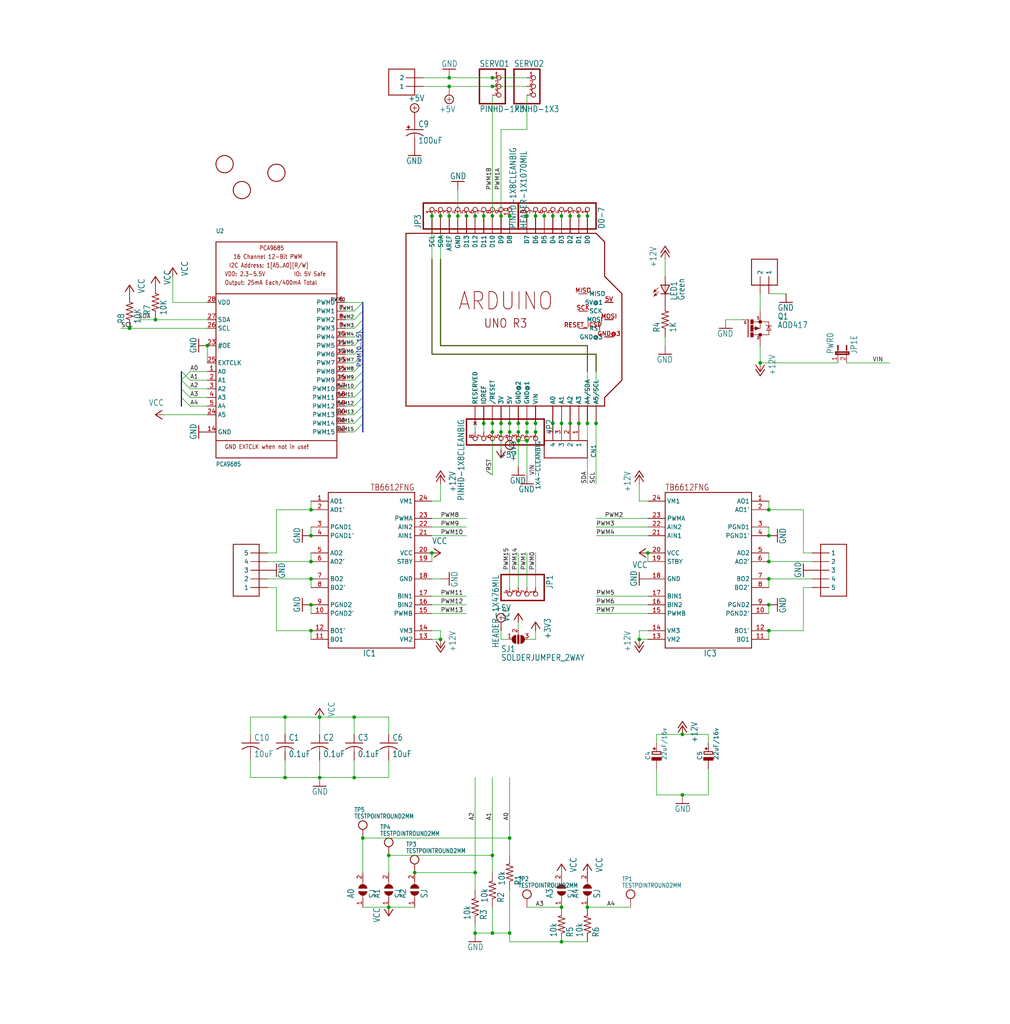
<source format=kicad_sch>
(kicad_sch (version 20211123) (generator eeschema)
  (paper "User" 297.002 300.965)
  (junction (at 83.82 228.6))
  (junction (at 149.86 124.46))
  (junction (at 162.56 124.46))
  (junction (at 91.44 149.86))
  (junction (at 144.78 124.46))
  (junction (at 157.48 63.5))
  (junction (at 114.3 266.7))
  (junction (at 144.78 25.4))
  (junction (at 157.48 127))
  (junction (at 121.92 256.54))
  (junction (at 91.44 185.42))
  (junction (at 149.86 63.5))
  (junction (at 144.78 63.5))
  (junction (at 91.44 170.18))
  (junction (at 154.94 129.54))
  (junction (at 187.96 187.96))
  (junction (at 142.24 63.5))
  (junction (at 147.32 63.5))
  (junction (at 157.48 124.46))
  (junction (at 165.1 124.46))
  (junction (at 132.08 25.4))
  (junction (at 147.32 127))
  (junction (at 137.16 63.5))
  (junction (at 152.4 129.54))
  (junction (at 172.72 266.7))
  (junction (at 167.64 124.46))
  (junction (at 149.86 127))
  (junction (at 172.72 63.5))
  (junction (at 91.44 177.8))
  (junction (at 144.78 274.32))
  (junction (at 200.66 233.68))
  (junction (at 142.24 124.46))
  (junction (at 91.44 165.1))
  (junction (at 172.72 124.46))
  (junction (at 167.64 63.5))
  (junction (at 91.44 157.48))
  (junction (at 93.98 228.6))
  (junction (at 129.54 63.5))
  (junction (at 170.18 124.46))
  (junction (at 132.08 22.86))
  (junction (at 134.62 63.5))
  (junction (at 144.78 127))
  (junction (at 226.06 157.48))
  (junction (at 132.08 63.5))
  (junction (at 139.7 274.32))
  (junction (at 144.78 22.86))
  (junction (at 104.14 210.82))
  (junction (at 60.96 101.6))
  (junction (at 152.4 124.46))
  (junction (at 154.94 63.5))
  (junction (at 144.78 251.46))
  (junction (at 114.3 251.46))
  (junction (at 83.82 210.82))
  (junction (at 190.5 162.56))
  (junction (at 106.68 246.38))
  (junction (at 200.66 215.9))
  (junction (at 127 162.56))
  (junction (at 104.14 228.6))
  (junction (at 129.54 187.96))
  (junction (at 149.86 274.32))
  (junction (at 226.06 165.1))
  (junction (at 226.06 185.42))
  (junction (at 226.06 177.8))
  (junction (at 165.1 63.5))
  (junction (at 154.94 124.46))
  (junction (at 160.02 63.5))
  (junction (at 139.7 256.54))
  (junction (at 152.4 127))
  (junction (at 165.1 266.7))
  (junction (at 147.32 124.46))
  (junction (at 226.06 170.18))
  (junction (at 149.86 246.38))
  (junction (at 165.1 276.86))
  (junction (at 226.06 149.86))
  (junction (at 93.98 210.82))
  (junction (at 139.7 63.5))
  (junction (at 175.26 124.46))
  (junction (at 45.72 93.98))
  (junction (at 223.52 106.68))
  (junction (at 154.94 127))
  (junction (at 162.56 63.5))
  (junction (at 170.18 63.5))
  (junction (at 38.1 96.52))
  (junction (at 127 63.5))
  (bus_entry (at 104.14 96.52) (size 2.54 -2.54))
  (bus_entry (at 104.14 124.46) (size 2.54 -2.54))
  (bus_entry (at 104.14 116.84) (size 2.54 -2.54))
  (bus_entry (at 104.14 101.6) (size 2.54 -2.54))
  (bus_entry (at 104.14 91.44) (size 2.54 -2.54))
  (bus_entry (at 55.88 116.84) (size -2.54 -2.54))
  (bus_entry (at 104.14 109.22) (size 2.54 -2.54))
  (bus_entry (at 55.88 114.3) (size -2.54 -2.54))
  (bus_entry (at 104.14 119.38) (size 2.54 -2.54))
  (bus_entry (at 104.14 121.92) (size 2.54 -2.54))
  (bus_entry (at 55.88 119.38) (size -2.54 -2.54))
  (bus_entry (at 104.14 106.68) (size 2.54 -2.54))
  (bus_entry (at 104.14 104.14) (size 2.54 -2.54))
  (bus_entry (at 104.14 114.3) (size 2.54 -2.54))
  (bus_entry (at 104.14 127) (size 2.54 -2.54))
  (bus_entry (at 104.14 99.06) (size 2.54 -2.54))
  (bus_entry (at 55.88 109.22) (size -2.54 2.54))
  (bus_entry (at 104.14 111.76) (size 2.54 -2.54))
  (bus_entry (at 55.88 111.76) (size -2.54 -2.54))
  (bus_entry (at 104.14 93.98) (size 2.54 -2.54))
  (wire (pts (xy 50.8 81.28) (xy 50.8 88.9)))
  (wire (pts (xy 154.94 139.7) (xy 154.94 129.54)))
  (wire (pts (xy 152.4 182.88) (xy 152.4 185.42)))
  (wire (pts (xy 73.66 215.9) (xy 73.66 210.82)))
  (wire (pts (xy 193.04 215.9) (xy 193.04 218.44)))
  (wire (pts (xy 144.78 27.94) (xy 144.78 63.5)))
  (wire (pts (xy 114.3 228.6) (xy 114.3 223.52)))
  (wire (pts (xy 106.68 256.54) (xy 106.68 246.38)))
  (wire (pts (xy 154.94 127) (xy 154.94 124.46)))
  (wire (pts (xy 78.74 170.18) (xy 91.44 170.18)))
  (bus (pts (xy 106.68 116.84) (xy 106.68 119.38)))
  (wire (pts (xy 195.58 81.28) (xy 195.58 76.2)))
  (wire (pts (xy 127 180.34) (xy 137.16 180.34)))
  (wire (pts (xy 172.72 101.6) (xy 129.54 101.6)))
  (wire (pts (xy 172.72 124.46) (xy 172.72 101.6)))
  (bus (pts (xy 106.68 91.44) (xy 106.68 93.98)))
  (wire (pts (xy 91.44 185.42) (xy 91.44 187.96)))
  (wire (pts (xy 93.98 210.82) (xy 83.82 210.82)))
  (bus (pts (xy 106.68 114.3) (xy 106.68 116.84)))
  (wire (pts (xy 144.78 266.7) (xy 144.78 274.32)))
  (wire (pts (xy 213.36 93.98) (xy 218.44 93.98)))
  (wire (pts (xy 93.98 210.82) (xy 93.98 215.9)))
  (wire (pts (xy 101.6 119.38) (xy 104.14 119.38)))
  (wire (pts (xy 149.86 127) (xy 149.86 124.46)))
  (wire (pts (xy 144.78 22.86) (xy 132.08 22.86)))
  (wire (pts (xy 50.8 88.9) (xy 60.96 88.9)))
  (wire (pts (xy 104.14 228.6) (xy 104.14 223.52)))
  (bus (pts (xy 106.68 93.98) (xy 106.68 96.52)))
  (wire (pts (xy 129.54 101.6) (xy 129.54 63.5)))
  (wire (pts (xy 172.72 124.46) (xy 172.72 142.24)))
  (wire (pts (xy 139.7 256.54) (xy 139.7 228.6)))
  (wire (pts (xy 93.98 228.6) (xy 104.14 228.6)))
  (wire (pts (xy 152.4 137.16) (xy 152.4 129.54)))
  (wire (pts (xy 144.78 22.86) (xy 154.94 22.86)))
  (wire (pts (xy 190.5 152.4) (xy 175.26 152.4)))
  (wire (pts (xy 190.5 175.26) (xy 175.26 175.26)))
  (wire (pts (xy 147.32 187.96) (xy 147.32 185.42)))
  (wire (pts (xy 147.32 132.08) (xy 147.32 127)))
  (wire (pts (xy 187.96 185.42) (xy 187.96 187.96)))
  (wire (pts (xy 190.5 177.8) (xy 175.26 177.8)))
  (wire (pts (xy 104.14 228.6) (xy 114.3 228.6)))
  (wire (pts (xy 101.6 124.46) (xy 104.14 124.46)))
  (wire (pts (xy 48.26 121.92) (xy 60.96 121.92)))
  (wire (pts (xy 104.14 210.82) (xy 93.98 210.82)))
  (wire (pts (xy 114.3 266.7) (xy 106.68 266.7)))
  (wire (pts (xy 165.1 276.86) (xy 172.72 276.86)))
  (wire (pts (xy 101.6 91.44) (xy 104.14 91.44)))
  (wire (pts (xy 144.78 274.32) (xy 139.7 274.32)))
  (wire (pts (xy 187.96 147.32) (xy 187.96 142.24)))
  (wire (pts (xy 101.6 99.06) (xy 104.14 99.06)))
  (wire (pts (xy 101.6 93.98) (xy 104.14 93.98)))
  (wire (pts (xy 101.6 121.92) (xy 104.14 121.92)))
  (wire (pts (xy 167.64 127) (xy 167.64 124.46)))
  (wire (pts (xy 152.4 127) (xy 152.4 124.46)))
  (wire (pts (xy 144.78 251.46) (xy 144.78 228.6)))
  (wire (pts (xy 149.86 172.72) (xy 149.86 162.56)))
  (wire (pts (xy 147.32 38.1) (xy 154.94 38.1)))
  (wire (pts (xy 154.94 129.54) (xy 154.94 127)))
  (wire (pts (xy 38.1 96.52) (xy 35.56 96.52)))
  (wire (pts (xy 55.88 119.38) (xy 60.96 119.38)))
  (wire (pts (xy 139.7 261.62) (xy 139.7 256.54)))
  (wire (pts (xy 157.48 127) (xy 157.48 124.46)))
  (wire (pts (xy 226.06 185.42) (xy 236.22 185.42)))
  (wire (pts (xy 83.82 228.6) (xy 73.66 228.6)))
  (wire (pts (xy 101.6 101.6) (xy 104.14 101.6)))
  (wire (pts (xy 91.44 177.8) (xy 91.44 180.34)))
  (wire (pts (xy 101.6 106.68) (xy 104.14 106.68)))
  (bus (pts (xy 106.68 88.9) (xy 106.68 91.44)))
  (wire (pts (xy 175.26 124.46) (xy 175.26 142.24)))
  (wire (pts (xy 149.86 251.46) (xy 149.86 246.38)))
  (wire (pts (xy 208.28 215.9) (xy 208.28 218.44)))
  (wire (pts (xy 226.06 170.18) (xy 226.06 172.72)))
  (wire (pts (xy 101.6 96.52) (xy 104.14 96.52)))
  (wire (pts (xy 55.88 111.76) (xy 60.96 111.76)))
  (wire (pts (xy 101.6 104.14) (xy 104.14 104.14)))
  (wire (pts (xy 91.44 154.94) (xy 91.44 157.48)))
  (wire (pts (xy 93.98 228.6) (xy 93.98 223.52)))
  (wire (pts (xy 226.06 154.94) (xy 226.06 157.48)))
  (wire (pts (xy 127 154.94) (xy 137.16 154.94)))
  (wire (pts (xy 81.28 149.86) (xy 91.44 149.86)))
  (wire (pts (xy 73.66 210.82) (xy 83.82 210.82)))
  (wire (pts (xy 104.14 215.9) (xy 104.14 210.82)))
  (wire (pts (xy 154.94 25.4) (xy 144.78 25.4)))
  (wire (pts (xy 114.3 210.82) (xy 104.14 210.82)))
  (wire (pts (xy 81.28 172.72) (xy 81.28 185.42)))
  (wire (pts (xy 149.86 276.86) (xy 165.1 276.86)))
  (wire (pts (xy 101.6 116.84) (xy 104.14 116.84)))
  (wire (pts (xy 83.82 223.52) (xy 83.82 228.6)))
  (wire (pts (xy 175.26 104.14) (xy 175.26 124.46)))
  (wire (pts (xy 55.88 114.3) (xy 60.96 114.3)))
  (bus (pts (xy 106.68 121.92) (xy 106.68 124.46)))
  (wire (pts (xy 101.6 111.76) (xy 104.14 111.76)))
  (wire (pts (xy 127 177.8) (xy 137.16 177.8)))
  (bus (pts (xy 53.34 109.22) (xy 53.34 111.76)))
  (bus (pts (xy 106.68 99.06) (xy 106.68 101.6)))
  (wire (pts (xy 132.08 25.4) (xy 144.78 25.4)))
  (wire (pts (xy 139.7 127) (xy 139.7 124.46)))
  (wire (pts (xy 236.22 185.42) (xy 236.22 172.72)))
  (wire (pts (xy 149.86 246.38) (xy 149.86 228.6)))
  (wire (pts (xy 226.06 165.1) (xy 238.76 165.1)))
  (wire (pts (xy 139.7 271.78) (xy 139.7 274.32)))
  (wire (pts (xy 165.1 266.7) (xy 154.94 266.7)))
  (wire (pts (xy 200.66 233.68) (xy 208.28 233.68)))
  (wire (pts (xy 149.86 246.38) (xy 106.68 246.38)))
  (wire (pts (xy 149.86 261.62) (xy 149.86 274.32)))
  (wire (pts (xy 81.28 162.56) (xy 81.28 149.86)))
  (wire (pts (xy 152.4 129.54) (xy 154.94 129.54)))
  (wire (pts (xy 226.06 177.8) (xy 226.06 180.34)))
  (wire (pts (xy 73.66 228.6) (xy 73.66 223.52)))
  (wire (pts (xy 149.86 274.32) (xy 144.78 274.32)))
  (wire (pts (xy 91.44 147.32) (xy 91.44 149.86)))
  (wire (pts (xy 190.5 157.48) (xy 175.26 157.48)))
  (wire (pts (xy 165.1 127) (xy 165.1 124.46)))
  (wire (pts (xy 121.92 266.7) (xy 114.3 266.7)))
  (wire (pts (xy 101.6 127) (xy 104.14 127)))
  (wire (pts (xy 144.78 127) (xy 144.78 139.7)))
  (bus (pts (xy 53.34 111.76) (xy 53.34 114.3)))
  (wire (pts (xy 83.82 228.6) (xy 93.98 228.6)))
  (wire (pts (xy 190.5 185.42) (xy 187.96 185.42)))
  (bus (pts (xy 106.68 106.68) (xy 106.68 109.22)))
  (wire (pts (xy 147.32 127) (xy 147.32 124.46)))
  (wire (pts (xy 129.54 187.96) (xy 127 187.96)))
  (wire (pts (xy 152.4 172.72) (xy 152.4 162.56)))
  (wire (pts (xy 172.72 266.7) (xy 185.42 266.7)))
  (wire (pts (xy 101.6 114.3) (xy 104.14 114.3)))
  (bus (pts (xy 106.68 96.52) (xy 106.68 99.06)))
  (wire (pts (xy 91.44 170.18) (xy 91.44 172.72)))
  (wire (pts (xy 124.46 25.4) (xy 132.08 25.4)))
  (wire (pts (xy 236.22 149.86) (xy 236.22 162.56)))
  (wire (pts (xy 78.74 165.1) (xy 91.44 165.1)))
  (bus (pts (xy 53.34 116.84) (xy 53.34 119.38)))
  (wire (pts (xy 162.56 127) (xy 162.56 124.46)))
  (wire (pts (xy 147.32 63.5) (xy 147.32 38.1)))
  (wire (pts (xy 60.96 93.98) (xy 45.72 93.98)))
  (wire (pts (xy 226.06 86.36) (xy 231.14 86.36)))
  (wire (pts (xy 60.96 96.52) (xy 38.1 96.52)))
  (wire (pts (xy 78.74 172.72) (xy 81.28 172.72)))
  (wire (pts (xy 114.3 256.54) (xy 114.3 251.46)))
  (wire (pts (xy 157.48 127) (xy 157.48 139.7)))
  (wire (pts (xy 149.86 274.32) (xy 149.86 276.86)))
  (wire (pts (xy 144.78 251.46) (xy 114.3 251.46)))
  (wire (pts (xy 226.06 162.56) (xy 226.06 165.1)))
  (wire (pts (xy 127 63.5) (xy 127 104.14)))
  (wire (pts (xy 223.52 86.36) (xy 223.52 91.44)))
  (wire (pts (xy 226.06 149.86) (xy 236.22 149.86)))
  (wire (pts (xy 129.54 147.32) (xy 129.54 142.24)))
  (wire (pts (xy 55.88 116.84) (xy 60.96 116.84)))
  (wire (pts (xy 236.22 162.56) (xy 238.76 162.56)))
  (bus (pts (xy 106.68 101.6) (xy 106.68 104.14)))
  (wire (pts (xy 200.66 215.9) (xy 208.28 215.9)))
  (wire (pts (xy 157.48 187.96) (xy 157.48 185.42)))
  (wire (pts (xy 190.5 154.94) (xy 175.26 154.94)))
  (wire (pts (xy 142.24 127) (xy 142.24 124.46)))
  (wire (pts (xy 127 152.4) (xy 137.16 152.4)))
  (wire (pts (xy 101.6 88.9) (xy 106.68 88.9)))
  (wire (pts (xy 190.5 147.32) (xy 187.96 147.32)))
  (wire (pts (xy 223.52 106.68) (xy 246.38 106.68)))
  (wire (pts (xy 195.58 99.06) (xy 195.58 101.6)))
  (wire (pts (xy 60.96 106.68) (xy 60.96 101.6)))
  (wire (pts (xy 134.62 55.88) (xy 134.62 63.5)))
  (bus (pts (xy 106.68 119.38) (xy 106.68 121.92)))
  (bus (pts (xy 106.68 111.76) (xy 106.68 114.3)))
  (wire (pts (xy 45.72 93.98) (xy 40.64 93.98)))
  (wire (pts (xy 223.52 106.68) (xy 223.52 101.6)))
  (wire (pts (xy 127 165.1) (xy 127 162.56)))
  (wire (pts (xy 200.66 215.9) (xy 193.04 215.9)))
  (wire (pts (xy 144.78 256.54) (xy 144.78 251.46)))
  (wire (pts (xy 226.06 149.86) (xy 226.06 147.32)))
  (bus (pts (xy 106.68 109.22) (xy 106.68 111.76)))
  (wire (pts (xy 83.82 210.82) (xy 83.82 215.9)))
  (bus (pts (xy 106.68 124.46) (xy 106.68 127)))
  (wire (pts (xy 101.6 109.22) (xy 104.14 109.22)))
  (wire (pts (xy 127 157.48) (xy 137.16 157.48)))
  (wire (pts (xy 127 104.14) (xy 175.26 104.14)))
  (wire (pts (xy 226.06 187.96) (xy 226.06 185.42)))
  (wire (pts (xy 152.4 129.54) (xy 152.4 127)))
  (wire (pts (xy 236.22 172.72) (xy 238.76 172.72)))
  (wire (pts (xy 226.06 170.18) (xy 238.76 170.18)))
  (wire (pts (xy 193.04 233.68) (xy 200.66 233.68)))
  (wire (pts (xy 170.18 127) (xy 170.18 124.46)))
  (wire (pts (xy 91.44 162.56) (xy 91.44 165.1)))
  (wire (pts (xy 154.94 38.1) (xy 154.94 27.94)))
  (wire (pts (xy 127 147.32) (xy 129.54 147.32)))
  (wire (pts (xy 154.94 187.96) (xy 157.48 187.96)))
  (wire (pts (xy 55.88 109.22) (xy 60.96 109.22)))
  (wire (pts (xy 187.96 187.96) (xy 190.5 187.96)))
  (wire (pts (xy 127 175.26) (xy 137.16 175.26)))
  (wire (pts (xy 149.86 187.96) (xy 147.32 187.96)))
  (wire (pts (xy 129.54 185.42) (xy 129.54 187.96)))
  (wire (pts (xy 193.04 226.06) (xy 193.04 233.68)))
  (bus (pts (xy 106.68 104.14) (xy 106.68 106.68)))
  (wire (pts (xy 154.94 172.72) (xy 154.94 162.56)))
  (wire (pts (xy 78.74 162.56) (xy 81.28 162.56)))
  (wire (pts (xy 248.92 106.68) (xy 261.62 106.68)))
  (wire (pts (xy 81.28 185.42) (xy 91.44 185.42)))
  (wire (pts (xy 124.46 22.86) (xy 132.08 22.86)))
  (wire (pts (xy 208.28 233.68) (xy 208.28 226.06)))
  (wire (pts (xy 129.54 170.18) (xy 127 170.18)))
  (wire (pts (xy 121.92 256.54) (xy 139.7 256.54)))
  (wire (pts (xy 144.78 127) (xy 144.78 124.46)))
  (wire (pts (xy 190.5 180.34) (xy 175.26 180.34)))
  (wire (pts (xy 114.3 210.82) (xy 114.3 215.9)))
  (wire (pts (xy 190.5 162.56) (xy 190.5 165.1)))
  (wire (pts (xy 157.48 172.72) (xy 157.48 162.56)))
  (bus (pts (xy 53.34 114.3) (xy 53.34 116.84)))
  (wire (pts (xy 127 185.42) (xy 129.54 185.42)))
  (label "A3" (at 55.88 116.84 0) (effects (font (size 1.2446 1.2446))))
  (label "PWM5" (at 104.14 101.6 180) (effects (font (size 1.016 1.016))))
  (label "PWM15" (at 149.86 167.64 90) (effects (font (size 1.2446 1.2446))))
  (label "PWM12" (at 129.54 177.8 0) (effects (font (size 1.2446 1.2446))))
  (label "A2" (at 139.7 238.76 270) (effects (font (size 1.2446 1.2446))))
  (label "PWM1" (at 104.14 91.44 180) (effects (font (size 1.016 1.016))))
  (label "VIN" (at 256.54 106.68 0) (effects (font (size 1.2446 1.2446))))
  (label "PWM6" (at 175.26 177.8 0) (effects (font (size 1.2446 1.2446))))
  (label "PWM10" (at 129.54 157.48 0) (effects (font (size 1.2446 1.2446))))
  (label "PWM1B" (at 144.78 55.88 90) (effects (font (size 1.2446 1.2446))))
  (label "A2" (at 55.88 114.3 0) (effects (font (size 1.2446 1.2446))))
  (label "PWM15" (at 104.14 127 180) (effects (font (size 1.016 1.016))))
  (label "PWM2" (at 177.8 152.4 0) (effects (font (size 1.2446 1.2446))))
  (label "A1" (at 55.88 111.76 0) (effects (font (size 1.2446 1.2446))))
  (label "PWM0" (at 101.6 88.9 180) (effects (font (size 1.016 1.016))))
  (label "/RST" (at 144.78 139.7 90) (effects (font (size 1.2446 1.2446))))
  (label "PWM1" (at 154.94 167.64 90) (effects (font (size 1.2446 1.2446))))
  (label "PWM0" (at 157.48 167.64 90) (effects (font (size 1.2446 1.2446))))
  (label "SDA" (at 172.72 142.24 90) (effects (font (size 1.2446 1.2446))))
  (label "PWM8" (at 129.54 152.4 0) (effects (font (size 1.2446 1.2446))))
  (label "PWM7" (at 104.14 106.68 180) (effects (font (size 1.016 1.016))))
  (label "PWM6" (at 104.14 104.14 180) (effects (font (size 1.016 1.016))))
  (label "PWM8" (at 104.14 109.22 180) (effects (font (size 1.016 1.016))))
  (label "PWM7" (at 175.26 180.34 0) (effects (font (size 1.2446 1.2446))))
  (label "PWM4" (at 175.26 157.48 0) (effects (font (size 1.2446 1.2446))))
  (label "A0" (at 55.88 109.22 0) (effects (font (size 1.2446 1.2446))))
  (label "PWM2" (at 104.14 93.98 180) (effects (font (size 1.016 1.016))))
  (label "PWM[0..15]" (at 106.68 107.95 90) (effects (font (size 1.2446 1.2446))))
  (label "A4" (at 178.435 266.7 0) (effects (font (size 1.2446 1.2446))))
  (label "SDA" (at 40.64 93.98 0) (effects (font (size 1.2446 1.2446))))
  (label "VIN" (at 157.48 139.7 90) (effects (font (size 1.2446 1.2446))))
  (label "PWM1A" (at 147.32 55.88 90) (effects (font (size 1.2446 1.2446))))
  (label "PWM11" (at 104.14 116.84 180) (effects (font (size 1.016 1.016))))
  (label "SCL" (at 35.56 96.52 0) (effects (font (size 1.2446 1.2446))))
  (label "A3" (at 157.48 266.7 0) (effects (font (size 1.2446 1.2446))))
  (label "PWM3" (at 104.14 96.52 180) (effects (font (size 1.016 1.016))))
  (label "PWM13" (at 129.54 180.34 0) (effects (font (size 1.2446 1.2446))))
  (label "A4" (at 55.88 119.38 0) (effects (font (size 1.2446 1.2446))))
  (label "PWM13" (at 104.14 121.92 180) (effects (font (size 1.016 1.016))))
  (label "PWM11" (at 129.54 175.26 0) (effects (font (size 1.2446 1.2446))))
  (label "PWM5" (at 175.26 175.26 0) (effects (font (size 1.2446 1.2446))))
  (label "PWM3" (at 175.26 154.94 0) (effects (font (size 1.2446 1.2446))))
  (label "PWM14" (at 104.14 124.46 180) (effects (font (size 1.016 1.016))))
  (label "SCL" (at 175.26 142.24 90) (effects (font (size 1.2446 1.2446))))
  (label "PWM10" (at 104.14 114.3 180) (effects (font (size 1.016 1.016))))
  (label "PWM9" (at 129.54 154.94 0) (effects (font (size 1.2446 1.2446))))
  (label "PWM9" (at 104.14 111.76 180) (effects (font (size 1.016 1.016))))
  (label "PWM4" (at 104.14 99.06 180) (effects (font (size 1.016 1.016))))
  (label "A1" (at 144.78 238.76 270) (effects (font (size 1.2446 1.2446))))
  (label "PWM12" (at 104.14 119.38 180) (effects (font (size 1.016 1.016))))
  (label "PWM14" (at 152.4 167.64 90) (effects (font (size 1.2446 1.2446))))
  (label "A0" (at 149.86 238.76 270) (effects (font (size 1.2446 1.2446))))
  (symbol (lib_id "schematicEagle-eagle-import:TESTPOINTROUND2MM") (at 154.94 266.7 0) (unit 1)
    (property "Reference" "TP2" (at 152.4 259.08 0) (effects (font (size 1.27 1.0795)) (justify left bottom)))
    (property "Value" "TESTPOINTROUND2MM" (at 152.4 260.985 0) (effects (font (size 1.27 1.0795)) (justify left bottom)))
    (property "Footprint" "schematicEagle:TESTPOINT_ROUND_2MM" (effects hide))
  )
  (symbol (lib_id "schematicEagle-eagle-import:GND") (at 58.42 127 270) (unit 1)
    (property "Reference" "#GND21" (effects hide))
    (property "Value" "GND" (at 55.88 124.46 0) (effects (font (size 1.778 1.5113)) (justify left bottom)))
    (property "Footprint" "schematicEagle:" (effects hide))
  )
  (symbol (lib_id "schematicEagle-eagle-import:PINHD-1X3") (at 157.48 25.4 0) (unit 1)
    (property "Reference" "SERVO2" (at 151.13 19.685 0) (effects (font (size 1.778 1.5113)) (justify left bottom)))
    (property "Value" "PINHD-1X3" (at 151.13 33.02 0) (effects (font (size 1.778 1.5113)) (justify left bottom)))
    (property "Footprint" "schematicEagle:1X03" (effects hide))
  )
  (symbol (lib_id "schematicEagle-eagle-import:PINHD-1X8CLEANBIG") (at 165.1 60.96 270) (mirror x) (unit 1)
    (property "Reference" "D0-7" (at 175.895 67.31 0) (effects (font (size 1.778 1.5113)) (justify left bottom)))
    (property "Value" "PINHD-1X8CLEANBIG" (at 149.86 67.31 0) (effects (font (size 1.778 1.5113)) (justify left bottom)))
    (property "Footprint" "schematicEagle:1X08-CLEANBIG" (effects hide))
  )
  (symbol (lib_id "schematicEagle-eagle-import:VCC") (at 38.1 83.82 0) (mirror y) (unit 1)
    (property "Reference" "#P+20" (effects hide))
    (property "Value" "VCC" (at 40.64 86.36 90) (effects (font (size 1.778 1.5113)) (justify left bottom)))
    (property "Footprint" "schematicEagle:" (effects hide))
  )
  (symbol (lib_id "schematicEagle-eagle-import:IRF?5305R") (at 220.98 96.52 0) (unit 1)
    (property "Reference" "Q1" (at 228.6 93.98 0) (effects (font (size 1.778 1.5113)) (justify left bottom)))
    (property "Value" "AOD417" (at 228.6 96.52 0) (effects (font (size 1.778 1.5113)) (justify left bottom)))
    (property "Footprint" "schematicEagle:D-PAK_TO252AA" (effects hide))
  )
  (symbol (lib_id "schematicEagle-eagle-import:GND") (at 154.94 142.24 0) (unit 1)
    (property "Reference" "#GND11" (effects hide))
    (property "Value" "GND" (at 152.4 144.78 0) (effects (font (size 1.778 1.5113)) (justify left bottom)))
    (property "Footprint" "schematicEagle:" (effects hide))
  )
  (symbol (lib_id "schematicEagle-eagle-import:GND") (at 134.62 53.34 180) (unit 1)
    (property "Reference" "#GND12" (effects hide))
    (property "Value" "GND" (at 137.16 50.8 0) (effects (font (size 1.778 1.5113)) (justify left bottom)))
    (property "Footprint" "schematicEagle:" (effects hide))
  )
  (symbol (lib_id "schematicEagle-eagle-import:VCC") (at 129.54 162.56 270) (unit 1)
    (property "Reference" "#P+5" (effects hide))
    (property "Value" "VCC" (at 127 160.02 90) (effects (font (size 1.778 1.5113)) (justify left bottom)))
    (property "Footprint" "schematicEagle:" (effects hide))
  )
  (symbol (lib_id "schematicEagle-eagle-import:SJ") (at 106.68 261.62 90) (unit 1)
    (property "Reference" "A0" (at 104.14 264.16 0) (effects (font (size 1.778 1.5113)) (justify left bottom)))
    (property "Value" "SJ" (at 110.49 264.16 0) (effects (font (size 1.778 1.5113)) (justify left bottom)))
    (property "Footprint" "schematicEagle:SJ" (effects hide))
  )
  (symbol (lib_id "schematicEagle-eagle-import:GND") (at 231.14 88.9 0) (unit 1)
    (property "Reference" "#GND13" (effects hide))
    (property "Value" "GND" (at 228.6 91.44 0) (effects (font (size 1.778 1.5113)) (justify left bottom)))
    (property "Footprint" "schematicEagle:" (effects hide))
  )
  (symbol (lib_id "schematicEagle-eagle-import:CPOL-USC") (at 121.92 38.1 0) (unit 1)
    (property "Reference" "C9" (at 122.936 37.465 0) (effects (font (size 1.778 1.5113)) (justify left bottom)))
    (property "Value" "100uF" (at 122.936 42.291 0) (effects (font (size 1.778 1.5113)) (justify left bottom)))
    (property "Footprint" "schematicEagle:PANASONIC_C" (effects hide))
  )
  (symbol (lib_id "schematicEagle-eagle-import:SJ") (at 114.3 261.62 90) (unit 1)
    (property "Reference" "A1" (at 111.76 264.16 0) (effects (font (size 1.778 1.5113)) (justify left bottom)))
    (property "Value" "SJ" (at 118.11 264.16 0) (effects (font (size 1.778 1.5113)) (justify left bottom)))
    (property "Footprint" "schematicEagle:SJ" (effects hide))
  )
  (symbol (lib_id "schematicEagle-eagle-import:CAP_ELECTROLYTICPANASONIC_C") (at 208.28 223.52 0) (unit 1)
    (property "Reference" "C5" (at 206.49 223.48 90) (effects (justify left bottom)))
    (property "Value" "22uF/16v" (at 211.28 223.48 90) (effects (justify left bottom)))
    (property "Footprint" "schematicEagle:PANASONIC_C" (effects hide))
  )
  (symbol (lib_id "schematicEagle-eagle-import:GND") (at 121.92 45.72 0) (unit 1)
    (property "Reference" "#GND17" (effects hide))
    (property "Value" "GND" (at 119.38 48.26 0) (effects (font (size 1.778 1.5113)) (justify left bottom)))
    (property "Footprint" "schematicEagle:" (effects hide))
  )
  (symbol (lib_id "schematicEagle-eagle-import:TB6612FNG") (at 109.22 167.64 0) (unit 1)
    (property "Reference" "IC1" (at 106.68 193.04 0) (effects (font (size 1.778 1.5113)) (justify left bottom)))
    (property "Value" "TB6612FNG" (effects hide))
    (property "Footprint" "schematicEagle:SSOP24" (effects hide))
  )
  (symbol (lib_id "schematicEagle-eagle-import:GND") (at 152.4 139.7 0) (unit 1)
    (property "Reference" "#GND2" (effects hide))
    (property "Value" "GND" (at 149.86 142.24 0) (effects (font (size 1.778 1.5113)) (justify left bottom)))
    (property "Footprint" "schematicEagle:" (effects hide))
  )
  (symbol (lib_id "schematicEagle-eagle-import:+5V") (at 147.32 182.88 0) (unit 1)
    (property "Reference" "#P+21" (effects hide))
    (property "Value" "+5V" (at 145.415 179.705 0) (effects (font (size 1.778 1.5113)) (justify left bottom)))
    (property "Footprint" "schematicEagle:" (effects hide))
  )
  (symbol (lib_id "schematicEagle-eagle-import:LEDCHIP-LED0805") (at 195.58 83.82 0) (unit 1)
    (property "Reference" "LED1" (at 199.136 88.392 90) (effects (font (size 1.778 1.5113)) (justify left bottom)))
    (property "Value" "Green" (at 201.295 88.392 90) (effects (font (size 1.778 1.5113)) (justify left bottom)))
    (property "Footprint" "schematicEagle:CHIP-LED0805" (effects hide))
  )
  (symbol (lib_id "schematicEagle-eagle-import:R-US_R0805") (at 195.58 93.98 90) (unit 1)
    (property "Reference" "R4" (at 194.0814 97.79 0) (effects (font (size 1.778 1.5113)) (justify left bottom)))
    (property "Value" "1K" (at 198.882 97.79 0) (effects (font (size 1.778 1.5113)) (justify left bottom)))
    (property "Footprint" "schematicEagle:R0805" (effects hide))
  )
  (symbol (lib_id "schematicEagle-eagle-import:R-US_R0805") (at 45.72 88.9 90) (unit 1)
    (property "Reference" "R7" (at 44.2214 92.71 0) (effects (font (size 1.778 1.5113)) (justify left bottom)))
    (property "Value" "10K" (at 49.022 92.71 0) (effects (font (size 1.778 1.5113)) (justify left bottom)))
    (property "Footprint" "schematicEagle:R0805" (effects hide))
  )
  (symbol (lib_id "schematicEagle-eagle-import:C-USC0805K") (at 114.3 218.44 0) (unit 1)
    (property "Reference" "C6" (at 115.316 217.805 0) (effects (font (size 1.778 1.5113)) (justify left bottom)))
    (property "Value" "10uF" (at 115.316 222.631 0) (effects (font (size 1.778 1.5113)) (justify left bottom)))
    (property "Footprint" "schematicEagle:C0805K" (effects hide))
  )
  (symbol (lib_id "schematicEagle-eagle-import:1X5") (at 246.38 167.64 0) (unit 1)
    (property "Reference" "J2" (effects hide))
    (property "Value" "1X5" (effects hide))
    (property "Footprint" "schematicEagle:1X05-3.5MM" (effects hide))
  )
  (symbol (lib_id "schematicEagle-eagle-import:VCC") (at 172.72 254 0) (mirror y) (unit 1)
    (property "Reference" "#P+18" (effects hide))
    (property "Value" "VCC" (at 175.26 256.54 90) (effects (font (size 1.778 1.5113)) (justify left bottom)))
    (property "Footprint" "schematicEagle:" (effects hide))
  )
  (symbol (lib_id "schematicEagle-eagle-import:+12V") (at 129.54 139.7 0) (mirror y) (unit 1)
    (property "Reference" "#P+1" (effects hide))
    (property "Value" "+12V" (at 132.08 144.78 90) (effects (font (size 1.778 1.5113)) (justify left bottom)))
    (property "Footprint" "schematicEagle:" (effects hide))
  )
  (symbol (lib_id "schematicEagle-eagle-import:GND") (at 81.28 167.64 90) (unit 1)
    (property "Reference" "#GND9" (effects hide))
    (property "Value" "GND" (at 83.82 170.18 0) (effects (font (size 1.778 1.5113)) (justify left bottom)))
    (property "Footprint" "schematicEagle:" (effects hide))
  )
  (symbol (lib_id "schematicEagle-eagle-import:SJ") (at 165.1 261.62 90) (unit 1)
    (property "Reference" "A3" (at 162.56 264.16 0) (effects (font (size 1.778 1.5113)) (justify left bottom)))
    (property "Value" "SJ" (at 168.91 264.16 0) (effects (font (size 1.778 1.5113)) (justify left bottom)))
    (property "Footprint" "schematicEagle:SJ" (effects hide))
  )
  (symbol (lib_id "schematicEagle-eagle-import:GND") (at 195.58 104.14 0) (unit 1)
    (property "Reference" "#GND18" (effects hide))
    (property "Value" "GND" (at 193.04 106.68 0) (effects (font (size 1.778 1.5113)) (justify left bottom)))
    (property "Footprint" "schematicEagle:" (effects hide))
  )
  (symbol (lib_id "schematicEagle-eagle-import:GND") (at 139.7 276.86 0) (mirror y) (unit 1)
    (property "Reference" "#GND10" (effects hide))
    (property "Value" "GND" (at 142.24 279.4 0) (effects (font (size 1.778 1.5113)) (justify left bottom)))
    (property "Footprint" "schematicEagle:" (effects hide))
  )
  (symbol (lib_id "schematicEagle-eagle-import:GND") (at 228.6 177.8 90) (unit 1)
    (property "Reference" "#GND6" (effects hide))
    (property "Value" "GND" (at 231.14 180.34 0) (effects (font (size 1.778 1.5113)) (justify left bottom)))
    (property "Footprint" "schematicEagle:" (effects hide))
  )
  (symbol (lib_id "schematicEagle-eagle-import:CAP_ELECTROLYTICPANASONIC_C") (at 193.04 223.52 0) (unit 1)
    (property "Reference" "C4" (at 191.25 223.48 90) (effects (justify left bottom)))
    (property "Value" "22uF/16v" (at 196.04 223.48 90) (effects (justify left bottom)))
    (property "Footprint" "schematicEagle:PANASONIC_C" (effects hide))
  )
  (symbol (lib_id "schematicEagle-eagle-import:VCC") (at 45.72 121.92 90) (mirror x) (unit 1)
    (property "Reference" "#P+7" (effects hide))
    (property "Value" "VCC" (at 48.26 119.38 90) (effects (font (size 1.778 1.5113)) (justify left bottom)))
    (property "Footprint" "schematicEagle:" (effects hide))
  )
  (symbol (lib_id "schematicEagle-eagle-import:C-USC0805K") (at 93.98 218.44 0) (unit 1)
    (property "Reference" "C2" (at 94.996 217.805 0) (effects (font (size 1.778 1.5113)) (justify left bottom)))
    (property "Value" "0.1uF" (at 94.996 222.631 0) (effects (font (size 1.778 1.5113)) (justify left bottom)))
    (property "Footprint" "schematicEagle:C0805K" (effects hide))
  )
  (symbol (lib_id "schematicEagle-eagle-import:FIDUCIAL") (at 71.12 55.88 0) (unit 1)
    (property "Reference" "U$4" (effects hide))
    (property "Value" "FIDUCIAL" (effects hide))
    (property "Footprint" "schematicEagle:FIDUCIAL_1MM" (effects hide))
  )
  (symbol (lib_id "schematicEagle-eagle-import:TESTPOINTROUND2MM") (at 106.68 246.38 0) (unit 1)
    (property "Reference" "TP5" (at 104.14 238.76 0) (effects (font (size 1.27 1.0795)) (justify left bottom)))
    (property "Value" "TESTPOINTROUND2MM" (at 104.14 240.665 0) (effects (font (size 1.27 1.0795)) (justify left bottom)))
    (property "Footprint" "schematicEagle:TESTPOINT_ROUND_2MM" (effects hide))
  )
  (symbol (lib_id "schematicEagle-eagle-import:SJ") (at 172.72 261.62 90) (unit 1)
    (property "Reference" "A4" (at 170.18 264.16 0) (effects (font (size 1.778 1.5113)) (justify left bottom)))
    (property "Value" "SJ" (at 176.53 264.16 0) (effects (font (size 1.778 1.5113)) (justify left bottom)))
    (property "Footprint" "schematicEagle:SJ" (effects hide))
  )
  (symbol (lib_id "schematicEagle-eagle-import:+5V") (at 132.08 27.94 180) (unit 1)
    (property "Reference" "#SUPPLY3" (effects hide))
    (property "Value" "+5V" (at 133.985 31.115 0) (effects (font (size 1.778 1.5113)) (justify left bottom)))
    (property "Footprint" "schematicEagle:" (effects hide))
  )
  (symbol (lib_id "schematicEagle-eagle-import:C-USC0805K") (at 73.66 218.44 0) (unit 1)
    (property "Reference" "C10" (at 74.676 217.805 0) (effects (font (size 1.778 1.5113)) (justify left bottom)))
    (property "Value" "10uF" (at 74.676 222.631 0) (effects (font (size 1.778 1.5113)) (justify left bottom)))
    (property "Footprint" "schematicEagle:C0805K" (effects hide))
  )
  (symbol (lib_id "schematicEagle-eagle-import:GND") (at 132.08 170.18 90) (unit 1)
    (property "Reference" "#GND1" (effects hide))
    (property "Value" "GND" (at 134.62 172.72 0) (effects (font (size 1.778 1.5113)) (justify left bottom)))
    (property "Footprint" "schematicEagle:" (effects hide))
  )
  (symbol (lib_id "schematicEagle-eagle-import:TB6612FNG") (at 208.28 167.64 0) (mirror y) (unit 1)
    (property "Reference" "IC3" (at 210.82 193.04 0) (effects (font (size 1.778 1.5113)) (justify left bottom)))
    (property "Value" "TB6612FNG" (effects hide))
    (property "Footprint" "schematicEagle:SSOP24" (effects hide))
  )
  (symbol (lib_id "schematicEagle-eagle-import:VCC") (at 152.4 180.34 0) (unit 1)
    (property "Reference" "#P+9" (effects hide))
    (property "Value" "VCC" (at 149.86 182.88 90) (effects (font (size 1.778 1.5113)) (justify left bottom)))
    (property "Footprint" "schematicEagle:" (effects hide))
  )
  (symbol (lib_id "schematicEagle-eagle-import:ARDUINO_R3_ICSP") (at 119.38 119.38 0) (unit 1)
    (property "Reference" "U$5" (effects hide))
    (property "Value" "ARDUINO_R3_ICSP" (effects hide))
    (property "Footprint" "schematicEagle:ARDUINOR3_ICSP" (effects hide))
  )
  (symbol (lib_id "schematicEagle-eagle-import:TESTPOINTROUND2MM") (at 185.42 266.7 0) (unit 1)
    (property "Reference" "TP1" (at 182.88 259.08 0) (effects (font (size 1.27 1.0795)) (justify left bottom)))
    (property "Value" "TESTPOINTROUND2MM" (at 182.88 260.985 0) (effects (font (size 1.27 1.0795)) (justify left bottom)))
    (property "Footprint" "schematicEagle:TESTPOINT_ROUND_2MM" (effects hide))
  )
  (symbol (lib_id "schematicEagle-eagle-import:+12V") (at 187.96 139.7 0) (unit 1)
    (property "Reference" "#P+3" (effects hide))
    (property "Value" "+12V" (at 185.42 144.78 90) (effects (font (size 1.778 1.5113)) (justify left bottom)))
    (property "Footprint" "schematicEagle:" (effects hide))
  )
  (symbol (lib_id "schematicEagle-eagle-import:VCC") (at 93.98 208.28 0) (mirror y) (unit 1)
    (property "Reference" "#P+11" (effects hide))
    (property "Value" "VCC" (at 96.52 210.82 90) (effects (font (size 1.778 1.5113)) (justify left bottom)))
    (property "Footprint" "schematicEagle:" (effects hide))
  )
  (symbol (lib_id "schematicEagle-eagle-import:GND") (at 132.08 20.32 180) (unit 1)
    (property "Reference" "#GND16" (effects hide))
    (property "Value" "GND" (at 134.62 17.78 0) (effects (font (size 1.778 1.5113)) (justify left bottom)))
    (property "Footprint" "schematicEagle:" (effects hide))
  )
  (symbol (lib_id "schematicEagle-eagle-import:PINHD-1X3") (at 147.32 25.4 0) (unit 1)
    (property "Reference" "SERVO1" (at 140.97 19.685 0) (effects (font (size 1.778 1.5113)) (justify left bottom)))
    (property "Value" "PINHD-1X3" (at 140.97 33.02 0) (effects (font (size 1.778 1.5113)) (justify left bottom)))
    (property "Footprint" "schematicEagle:1X03" (effects hide))
  )
  (symbol (lib_id "schematicEagle-eagle-import:VCC") (at 187.96 162.56 90) (unit 1)
    (property "Reference" "#P+6" (effects hide))
    (property "Value" "VCC" (at 190.5 165.1 90) (effects (font (size 1.778 1.5113)) (justify left bottom)))
    (property "Footprint" "schematicEagle:" (effects hide))
  )
  (symbol (lib_id "schematicEagle-eagle-import:1X5") (at 71.12 167.64 180) (unit 1)
    (property "Reference" "J1" (effects hide))
    (property "Value" "1X5" (effects hide))
    (property "Footprint" "schematicEagle:1X05-3.5MM" (effects hide))
  )
  (symbol (lib_id "schematicEagle-eagle-import:GND") (at 88.9 157.48 270) (unit 1)
    (property "Reference" "#GND4" (effects hide))
    (property "Value" "GND" (at 86.36 154.94 0) (effects (font (size 1.778 1.5113)) (justify left bottom)))
    (property "Footprint" "schematicEagle:" (effects hide))
  )
  (symbol (lib_id "schematicEagle-eagle-import:+12V") (at 223.52 109.22 180) (unit 1)
    (property "Reference" "#P+10" (effects hide))
    (property "Value" "+12V" (at 226.06 104.14 90) (effects (font (size 1.778 1.5113)) (justify left bottom)))
    (property "Footprint" "schematicEagle:" (effects hide))
  )
  (symbol (lib_id "schematicEagle-eagle-import:C-USC0805K") (at 83.82 218.44 0) (unit 1)
    (property "Reference" "C1" (at 84.836 217.805 0) (effects (font (size 1.778 1.5113)) (justify left bottom)))
    (property "Value" "0.1uF" (at 84.836 222.631 0) (effects (font (size 1.778 1.5113)) (justify left bottom)))
    (property "Footprint" "schematicEagle:C0805K" (effects hide))
  )
  (symbol (lib_id "schematicEagle-eagle-import:HEADER-1X1070MIL") (at 137.16 60.96 90) (unit 1)
    (property "Reference" "JP3" (at 123.825 67.31 0) (effects (font (size 1.778 1.5113)) (justify left bottom)))
    (property "Value" "HEADER-1X1070MIL" (at 154.94 67.31 0) (effects (font (size 1.778 1.5113)) (justify left bottom)))
    (property "Footprint" "schematicEagle:1X10_ROUND70" (effects hide))
  )
  (symbol (lib_id "schematicEagle-eagle-import:1X2-3.5MM") (at 223.52 81.28 270) (mirror x) (unit 1)
    (property "Reference" "MPOWER0" (effects hide))
    (property "Value" "1X2-3.5MM" (effects hide))
    (property "Footprint" "schematicEagle:1X2-3.5MM" (effects hide))
  )
  (symbol (lib_id "schematicEagle-eagle-import:C-USC0805K") (at 104.14 218.44 0) (unit 1)
    (property "Reference" "C3" (at 105.156 217.805 0) (effects (font (size 1.778 1.5113)) (justify left bottom)))
    (property "Value" "0.1uF" (at 105.156 222.631 0) (effects (font (size 1.778 1.5113)) (justify left bottom)))
    (property "Footprint" "schematicEagle:C0805K" (effects hide))
  )
  (symbol (lib_id "schematicEagle-eagle-import:+12V") (at 195.58 73.66 0) (unit 1)
    (property "Reference" "#P+15" (effects hide))
    (property "Value" "+12V" (at 193.04 78.74 90) (effects (font (size 1.778 1.5113)) (justify left bottom)))
    (property "Footprint" "schematicEagle:" (effects hide))
  )
  (symbol (lib_id "schematicEagle-eagle-import:PCA9685") (at 81.28 104.14 0) (unit 1)
    (property "Reference" "U2" (at 63.5 68.58 0) (effects (font (size 1.27 1.0795)) (justify left bottom)))
    (property "Value" "PCA9685" (at 63.5 137.16 0) (effects (font (size 1.27 1.0795)) (justify left bottom)))
    (property "Footprint" "schematicEagle:TSSOP28" (effects hide))
  )
  (symbol (lib_id "schematicEagle-eagle-import:HEADER-1X476MIL") (at 152.4 175.26 270) (unit 1)
    (property "Reference" "JP1" (at 160.655 168.91 0) (effects (font (size 1.778 1.5113)) (justify left bottom)))
    (property "Value" "HEADER-1X476MIL" (at 144.78 168.91 0) (effects (font (size 1.778 1.5113)) (justify left bottom)))
    (property "Footprint" "schematicEagle:1X04_ROUND_76" (effects hide))
  )
  (symbol (lib_id "schematicEagle-eagle-import:+12V") (at 200.66 213.36 0) (mirror y) (unit 1)
    (property "Reference" "#P+12" (effects hide))
    (property "Value" "+12V" (at 203.2 218.44 90) (effects (font (size 1.778 1.5113)) (justify left bottom)))
    (property "Footprint" "schematicEagle:" (effects hide))
  )
  (symbol (lib_id "schematicEagle-eagle-import:FIDUCIAL") (at 66.04 48.26 0) (unit 1)
    (property "Reference" "U$3" (effects hide))
    (property "Value" "FIDUCIAL" (effects hide))
    (property "Footprint" "schematicEagle:FIDUCIAL_1MM" (effects hide))
  )
  (symbol (lib_id "schematicEagle-eagle-import:FIDUCIAL") (at 81.28 50.8 0) (unit 1)
    (property "Reference" "U$2" (effects hide))
    (property "Value" "FIDUCIAL" (effects hide))
    (property "Footprint" "schematicEagle:FIDUCIAL_1MM" (effects hide))
  )
  (symbol (lib_id "schematicEagle-eagle-import:VCC") (at 45.72 81.28 0) (mirror y) (unit 1)
    (property "Reference" "#P+19" (effects hide))
    (property "Value" "VCC" (at 48.26 83.82 90) (effects (font (size 1.778 1.5113)) (justify left bottom)))
    (property "Footprint" "schematicEagle:" (effects hide))
  )
  (symbol (lib_id "schematicEagle-eagle-import:PINHD-1X8CLEANBIG") (at 149.86 129.54 270) (unit 1)
    (property "Reference" "JP2" (at 160.655 123.19 0) (effects (font (size 1.778 1.5113)) (justify left bottom)))
    (property "Value" "PINHD-1X8CLEANBIG" (at 134.62 123.19 0) (effects (font (size 1.778 1.5113)) (justify left bottom)))
    (property "Footprint" "schematicEagle:1X08-CLEANBIG" (effects hide))
  )
  (symbol (lib_id "schematicEagle-eagle-import:TESTPOINTROUND2MM") (at 114.3 251.46 0) (unit 1)
    (property "Reference" "TP4" (at 111.76 243.84 0) (effects (font (size 1.27 1.0795)) (justify left bottom)))
    (property "Value" "TESTPOINTROUND2MM" (at 111.76 245.745 0) (effects (font (size 1.27 1.0795)) (justify left bottom)))
    (property "Footprint" "schematicEagle:TESTPOINT_ROUND_2MM" (effects hide))
  )
  (symbol (lib_id "schematicEagle-eagle-import:R-US_R0805") (at 144.78 261.62 270) (mirror x) (unit 1)
    (property "Reference" "R2" (at 146.2786 265.43 0) (effects (font (size 1.778 1.5113)) (justify left bottom)))
    (property "Value" "10k" (at 141.478 265.43 0) (effects (font (size 1.778 1.5113)) (justify left bottom)))
    (property "Footprint" "schematicEagle:R0805" (effects hide))
  )
  (symbol (lib_id "schematicEagle-eagle-import:R-US_R0805") (at 165.1 271.78 270) (mirror x) (unit 1)
    (property "Reference" "R5" (at 166.5986 275.59 0) (effects (font (size 1.778 1.5113)) (justify left bottom)))
    (property "Value" "10k" (at 161.798 275.59 0) (effects (font (size 1.778 1.5113)) (justify left bottom)))
    (property "Footprint" "schematicEagle:R0805" (effects hide))
  )
  (symbol (lib_id "schematicEagle-eagle-import:GND") (at 187.96 170.18 270) (unit 1)
    (property "Reference" "#GND3" (effects hide))
    (property "Value" "GND" (at 185.42 167.64 0) (effects (font (size 1.778 1.5113)) (justify left bottom)))
    (property "Footprint" "schematicEagle:" (effects hide))
  )
  (symbol (lib_id "schematicEagle-eagle-import:ARDUINO_R3_ICSP") (at 119.38 119.38 0) (unit 1)
    (property "Reference" "U$1" (effects hide))
    (property "Value" "ARDUINO_R3_ICSP" (effects hide))
    (property "Footprint" "schematicEagle:ARDUINOR3_ICSP" (effects hide))
  )
  (symbol (lib_id "schematicEagle-eagle-import:1X4-CLEANBIG") (at 167.64 129.54 270) (unit 1)
    (property "Reference" "CN1" (at 175.26 134.62 0) (effects (justify right top)))
    (property "Value" "1X4-CLEANBIG" (at 157.48 129.54 0) (effects (justify left bottom)))
    (property "Footprint" "schematicEagle:1X04-CLEANBIG" (effects hide))
  )
  (symbol (lib_id "schematicEagle-eagle-import:+5V") (at 121.92 33.02 0) (unit 1)
    (property "Reference" "#SUPPLY2" (effects hide))
    (property "Value" "+5V" (at 120.015 29.845 0) (effects (font (size 1.778 1.5113)) (justify left bottom)))
    (property "Footprint" "schematicEagle:" (effects hide))
  )
  (symbol (lib_id "schematicEagle-eagle-import:SOLDERJUMPER_2WAY") (at 152.4 187.96 0) (unit 1)
    (property "Reference" "SJ1" (at 147.32 191.77 0) (effects (font (size 1.778 1.5113)) (justify left bottom)))
    (property "Value" "SOLDERJUMPER_2WAY" (at 147.32 194.31 0) (effects (font (size 1.778 1.5113)) (justify left bottom)))
    (property "Footprint" "schematicEagle:SOLDERJUMPER_2WAY_OPEN_NOPASTE" (effects hide))
  )
  (symbol (lib_id "schematicEagle-eagle-import:GND") (at 58.42 101.6 270) (unit 1)
    (property "Reference" "#GND20" (effects hide))
    (property "Value" "GND" (at 55.88 99.06 0) (effects (font (size 1.778 1.5113)) (justify left bottom)))
    (property "Footprint" "schematicEagle:" (effects hide))
  )
  (symbol (lib_id "schematicEagle-eagle-import:1X2-3.5MM") (at 119.38 22.86 180) (unit 1)
    (property "Reference" "SERPWR0" (effects hide))
    (property "Value" "1X2-3.5MM" (effects hide))
    (property "Footprint" "schematicEagle:1X2-3.5MM" (effects hide))
  )
  (symbol (lib_id "schematicEagle-eagle-import:+3V3") (at 147.32 134.62 180) (unit 1)
    (property "Reference" "#+3V1" (effects hide))
    (property "Value" "+3V3" (at 149.86 129.54 90) (effects (font (size 1.778 1.5113)) (justify left bottom)))
    (property "Footprint" "schematicEagle:" (effects hide))
  )
  (symbol (lib_id "schematicEagle-eagle-import:VCC") (at 114.3 269.24 0) (mirror x) (unit 1)
    (property "Reference" "#P+8" (effects hide))
    (property "Value" "VCC" (at 111.76 266.7 90) (effects (font (size 1.778 1.5113)) (justify left bottom)))
    (property "Footprint" "schematicEagle:" (effects hide))
  )
  (symbol (lib_id "schematicEagle-eagle-import:GND") (at 213.36 96.52 0) (unit 1)
    (property "Reference" "#GND19" (effects hide))
    (property "Value" "GND" (at 210.82 99.06 0) (effects (font (size 1.778 1.5113)) (justify left bottom)))
    (property "Footprint" "schematicEagle:" (effects hide))
  )
  (symbol (lib_id "schematicEagle-eagle-import:+3V3") (at 157.48 182.88 0) (mirror y) (unit 1)
    (property "Reference" "#+3V2" (effects hide))
    (property "Value" "+3V3" (at 160.02 187.96 90) (effects (font (size 1.778 1.5113)) (justify left bottom)))
    (property "Footprint" "schematicEagle:" (effects hide))
  )
  (symbol (lib_id "schematicEagle-eagle-import:GND") (at 88.9 177.8 270) (unit 1)
    (property "Reference" "#GND5" (effects hide))
    (property "Value" "GND" (at 86.36 175.26 0) (effects (font (size 1.778 1.5113)) (justify left bottom)))
    (property "Footprint" "schematicEagle:" (effects hide))
  )
  (symbol (lib_id "schematicEagle-eagle-import:+12V") (at 187.96 190.5 0) (mirror x) (unit 1)
    (property "Reference" "#P+4" (effects hide))
    (property "Value" "+12V" (at 185.42 185.42 90) (effects (font (size 1.778 1.5113)) (justify left bottom)))
    (property "Footprint" "schematicEagle:" (effects hide))
  )
  (symbol (lib_id "schematicEagle-eagle-import:R-US_R0805") (at 139.7 266.7 270) (mirror x) (unit 1)
    (property "Reference" "R3" (at 141.1986 270.51 0) (effects (font (size 1.778 1.5113)) (justify left bottom)))
    (property "Value" "10k" (at 136.398 270.51 0) (effects (font (size 1.778 1.5113)) (justify left bottom)))
    (property "Footprint" "schematicEagle:R0805" (effects hide))
  )
  (symbol (lib_id "schematicEagle-eagle-import:GND") (at 228.6 157.48 90) (unit 1)
    (property "Reference" "#GND7" (effects hide))
    (property "Value" "GND" (at 231.14 160.02 0) (effects (font (size 1.778 1.5113)) (justify left bottom)))
    (property "Footprint" "schematicEagle:" (effects hide))
  )
  (symbol (lib_id "schematicEagle-eagle-import:+5V") (at 149.86 129.54 180) (unit 1)
    (property "Reference" "#SUPPLY1" (effects hide))
    (property "Value" "+5V" (at 151.765 132.715 0) (effects (font (size 1.778 1.5113)) (justify left bottom)))
    (property "Footprint" "schematicEagle:" (effects hide))
  )
  (symbol (lib_id "schematicEagle-eagle-import:+12V") (at 129.54 190.5 180) (unit 1)
    (property "Reference" "#P+2" (effects hide))
    (property "Value" "+12V" (at 132.08 185.42 90) (effects (font (size 1.778 1.5113)) (justify left bottom)))
    (property "Footprint" "schematicEagle:" (effects hide))
  )
  (symbol (lib_id "schematicEagle-eagle-import:VCC") (at 165.1 254 0) (mirror y) (unit 1)
    (property "Reference" "#P+17" (effects hide))
    (property "Value" "VCC" (at 167.64 256.54 90) (effects (font (size 1.778 1.5113)) (justify left bottom)))
    (property "Footprint" "schematicEagle:" (effects hide))
  )
  (symbol (lib_id "schematicEagle-eagle-import:GND") (at 200.66 236.22 0) (mirror y) (unit 1)
    (property "Reference" "#GND15" (effects hide))
    (property "Value" "GND" (at 203.2 238.76 0) (effects (font (size 1.778 1.5113)) (justify left bottom)))
    (property "Footprint" "schematicEagle:" (effects hide))
  )
  (symbol (lib_id "schematicEagle-eagle-import:R-US_R0805") (at 172.72 271.78 270) (mirror x) (unit 1)
    (property "Reference" "R6" (at 174.2186 275.59 0) (effects (font (size 1.778 1.5113)) (justify left bottom)))
    (property "Value" "10k" (at 169.418 275.59 0) (effects (font (size 1.778 1.5113)) (justify left bottom)))
    (property "Footprint" "schematicEagle:R0805" (effects hide))
  )
  (symbol (lib_id "schematicEagle-eagle-import:GND") (at 93.98 231.14 0) (mirror y) (unit 1)
    (property "Reference" "#GND14" (effects hide))
    (property "Value" "GND" (at 96.52 233.68 0) (effects (font (size 1.778 1.5113)) (justify left bottom)))
    (property "Footprint" "schematicEagle:" (effects hide))
  )
  (symbol (lib_id "schematicEagle-eagle-import:TESTPOINTROUND2MM") (at 121.92 256.54 0) (unit 1)
    (property "Reference" "TP3" (at 119.38 248.92 0) (effects (font (size 1.27 1.0795)) (justify left bottom)))
    (property "Value" "TESTPOINTROUND2MM" (at 119.38 250.825 0) (effects (font (size 1.27 1.0795)) (justify left bottom)))
    (property "Footprint" "schematicEagle:TESTPOINT_ROUND_2MM" (effects hide))
  )
  (symbol (lib_id "schematicEagle-eagle-import:R-US_R0805") (at 38.1 91.44 90) (unit 1)
    (property "Reference" "R8" (at 36.6014 95.25 0) (effects (font (size 1.778 1.5113)) (justify left bottom)))
    (property "Value" "10K" (at 41.402 95.25 0) (effects (font (size 1.778 1.5113)) (justify left bottom)))
    (property "Footprint" "schematicEagle:R0805" (effects hide))
  )
  (symbol (lib_id "schematicEagle-eagle-import:GND") (at 236.22 167.64 270) (unit 1)
    (property "Reference" "#GND8" (effects hide))
    (property "Value" "GND" (at 233.68 165.1 0) (effects (font (size 1.778 1.5113)) (justify left bottom)))
    (property "Footprint" "schematicEagle:" (effects hide))
  )
  (symbol (lib_id "schematicEagle-eagle-import:SJ") (at 121.92 261.62 90) (unit 1)
    (property "Reference" "A2" (at 119.38 264.16 0) (effects (font (size 1.778 1.5113)) (justify left bottom)))
    (property "Value" "SJ" (at 125.73 264.16 0) (effects (font (size 1.778 1.5113)) (justify left bottom)))
    (property "Footprint" "schematicEagle:SJ" (effects hide))
  )
  (symbol (lib_id "schematicEagle-eagle-import:R-US_R0805") (at 149.86 256.54 270) (mirror x) (unit 1)
    (property "Reference" "R1" (at 151.3586 260.35 0) (effects (font (size 1.778 1.5113)) (justify left bottom)))
    (property "Value" "10k" (at 146.558 260.35 0) (effects (font (size 1.778 1.5113)) (justify left bottom)))
    (property "Footprint" "schematicEagle:R0805" (effects hide))
  )
  (symbol (lib_id "schematicEagle-eagle-import:VCC") (at 50.8 78.74 0) (mirror y) (unit 1)
    (property "Reference" "#P+16" (effects hide))
    (property "Value" "VCC" (at 53.34 81.28 90) (effects (font (size 1.778 1.5113)) (justify left bottom)))
    (property "Footprint" "schematicEagle:" (effects hide))
  )
  (symbol (lib_id "schematicEagle-eagle-import:JP1E") (at 246.38 104.14 0) (unit 1)
    (property "Reference" "PWR0" (at 245.11 104.14 90) (effects (font (size 1.778 1.5113)) (justify left bottom)))
    (property "Value" "JP1E" (at 252.095 104.14 90) (effects (font (size 1.778 1.5113)) (justify left bottom)))
    (property "Footprint" "schematicEagle:JP1" (effects hide))
  )
)
</source>
